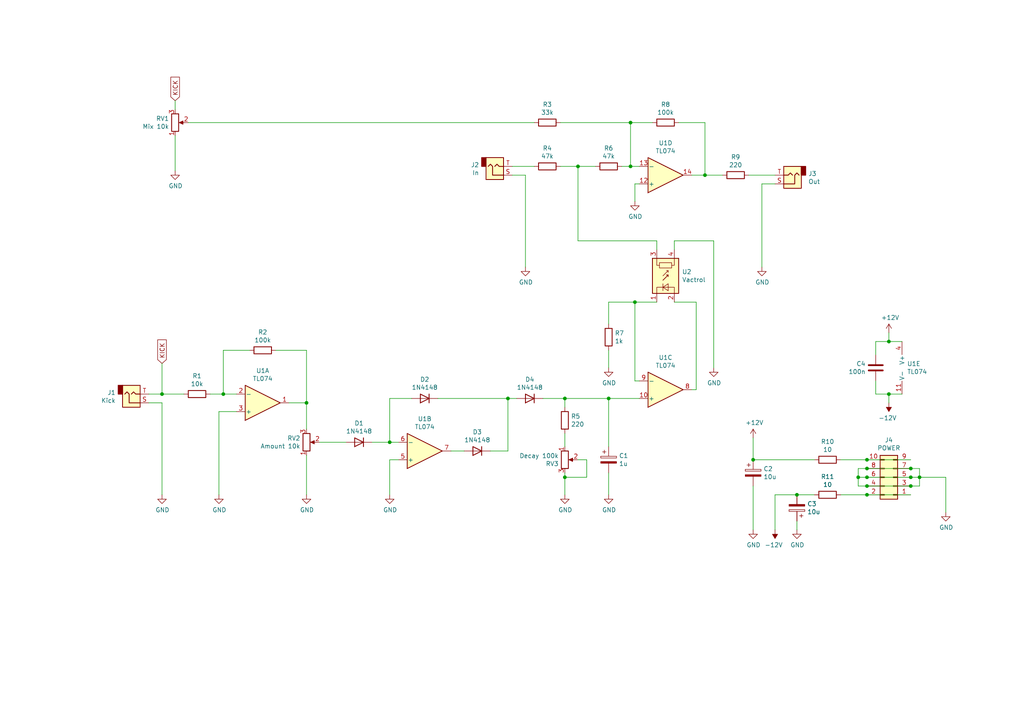
<source format=kicad_sch>
(kicad_sch (version 20211123) (generator eeschema)
  (paper "A4")
  (title_block (title "Sidechain Ducking Module by Juanito") (date "2022-12-15") (rev "v1.0.0") (company "Jan Knipper") (comment 1 "github.com/polykit"))
  (lib_symbols
    (symbol "Amplifier_Operational:TL074" (pin_names (offset 0.127))
      (property "Reference" "U" (at 0 5.08 0))
      (property "Value" "TL074" (at 0 -5.08 0))
      (symbol "TL074_1_1"
        (polyline (pts (xy -5.08 5.08) (xy 5.08 0) (xy -5.08 -5.08) (xy -5.08 5.08)) (stroke (width 0.254)) (fill (type background)))
        (pin output line (at 7.62 0 180) (length 2.54) (name "~") (number "1"))
        (pin input line (at -7.62 -2.54 0) (length 2.54) (name "-") (number "2"))
        (pin input line (at -7.62 2.54 0) (length 2.54) (name "+") (number "3"))
      )
      (symbol "TL074_2_1"
        (polyline (pts (xy -5.08 5.08) (xy 5.08 0) (xy -5.08 -5.08) (xy -5.08 5.08)) (stroke (width 0.254)) (fill (type background)))
        (pin input line (at -7.62 2.54 0) (length 2.54) (name "+") (number "5"))
        (pin input line (at -7.62 -2.54 0) (length 2.54) (name "-") (number "6"))
        (pin output line (at 7.62 0 180) (length 2.54) (name "~") (number "7"))
      )
      (symbol "TL074_3_1"
        (polyline (pts (xy -5.08 5.08) (xy 5.08 0) (xy -5.08 -5.08) (xy -5.08 5.08)) (stroke (width 0.254)) (fill (type background)))
        (pin input line (at -7.62 2.54 0) (length 2.54) (name "+") (number "10"))
        (pin output line (at 7.62 0 180) (length 2.54) (name "~") (number "8"))
        (pin input line (at -7.62 -2.54 0) (length 2.54) (name "-") (number "9"))
      )
      (symbol "TL074_4_1"
        (polyline (pts (xy -5.08 5.08) (xy 5.08 0) (xy -5.08 -5.08) (xy -5.08 5.08)) (stroke (width 0.254)) (fill (type background)))
        (pin input line (at -7.62 2.54 0) (length 2.54) (name "+") (number "12"))
        (pin input line (at -7.62 -2.54 0) (length 2.54) (name "-") (number "13"))
        (pin output line (at 7.62 0 180) (length 2.54) (name "~") (number "14"))
      )
      (symbol "TL074_5_1"
        (pin power_in line (at -2.54 -7.62 90) (length 3.81) (name "V-") (number "11"))
        (pin power_in line (at -2.54 7.62 270) (length 3.81) (name "V+") (number "4"))
      )
    )
    (symbol "Connector:AudioJack2"
      (property "Reference" "J" (at 0 8.89 0))
      (property "Value" "AudioJack2" (at 0 6.35 0))
      (symbol "AudioJack2_0_1"
        (rectangle (start -3.81 0) (end -2.54 -2.54) (stroke (width 0.254)) (fill (type outline)))
        (rectangle (start -2.54 3.81) (end 2.54 -2.54) (stroke (width 0.254)) (fill (type background)))
        (polyline (pts (xy 0 0) (xy 0.635 -0.635) (xy 1.27 0) (xy 2.54 0)) (stroke (width 0.254)))
        (polyline (pts (xy 2.54 2.54) (xy -0.635 2.54) (xy -0.635 0) (xy -1.27 -0.635) (xy -1.905 0)) (stroke (width 0.254)))
      )
      (symbol "AudioJack2_1_1"
        (pin passive line (at 5.08 2.54 180) (length 2.54) (name "~") (number "S"))
        (pin passive line (at 5.08 0 180) (length 2.54) (name "~") (number "T"))
      )
    )
    (symbol "Connector_Generic:Conn_02x05_Odd_Even" (pin_names (offset 1.016) hide)
      (property "Reference" "J" (at 1.27 7.62 0))
      (property "Value" "Conn_02x05_Odd_Even" (at 1.27 -7.62 0))
      (symbol "Conn_02x05_Odd_Even_1_1"
        (rectangle (start -1.27 -4.953) (end 0 -5.207) (stroke (width 0.1524)))
        (rectangle (start -1.27 -2.413) (end 0 -2.667) (stroke (width 0.1524)))
        (rectangle (start -1.27 0.127) (end 0 -0.127) (stroke (width 0.1524)))
        (rectangle (start -1.27 2.667) (end 0 2.413) (stroke (width 0.1524)))
        (rectangle (start -1.27 5.207) (end 0 4.953) (stroke (width 0.1524)))
        (rectangle (start -1.27 6.35) (end 3.81 -6.35) (stroke (width 0.254)) (fill (type background)))
        (rectangle (start 3.81 -4.953) (end 2.54 -5.207) (stroke (width 0.1524)))
        (rectangle (start 3.81 -2.413) (end 2.54 -2.667) (stroke (width 0.1524)))
        (rectangle (start 3.81 0.127) (end 2.54 -0.127) (stroke (width 0.1524)))
        (rectangle (start 3.81 2.667) (end 2.54 2.413) (stroke (width 0.1524)))
        (rectangle (start 3.81 5.207) (end 2.54 4.953) (stroke (width 0.1524)))
        (pin passive line (at -5.08 5.08 0) (length 3.81) (name "Pin_1") (number "1"))
        (pin passive line (at 7.62 -5.08 180) (length 3.81) (name "Pin_10") (number "10"))
        (pin passive line (at 7.62 5.08 180) (length 3.81) (name "Pin_2") (number "2"))
        (pin passive line (at -5.08 2.54 0) (length 3.81) (name "Pin_3") (number "3"))
        (pin passive line (at 7.62 2.54 180) (length 3.81) (name "Pin_4") (number "4"))
        (pin passive line (at -5.08 0 0) (length 3.81) (name "Pin_5") (number "5"))
        (pin passive line (at 7.62 0 180) (length 3.81) (name "Pin_6") (number "6"))
        (pin passive line (at -5.08 -2.54 0) (length 3.81) (name "Pin_7") (number "7"))
        (pin passive line (at 7.62 -2.54 180) (length 3.81) (name "Pin_8") (number "8"))
        (pin passive line (at -5.08 -5.08 0) (length 3.81) (name "Pin_9") (number "9"))
      )
    )
    (symbol "Device:C" (pin_numbers hide) (pin_names (offset 0.254))
      (property "Reference" "C" (at 0.635 2.54 0))
      (property "Value" "C" (at 0.635 -2.54 0))
      (symbol "C_0_1"
        (polyline (pts (xy -2.032 -0.762) (xy 2.032 -0.762)) (stroke (width 0.508)))
        (polyline (pts (xy -2.032 0.762) (xy 2.032 0.762)) (stroke (width 0.508)))
      )
      (symbol "C_1_1"
        (pin passive line (at 0 3.81 270) (length 2.794) (name "~") (number "1"))
        (pin passive line (at 0 -3.81 90) (length 2.794) (name "~") (number "2"))
      )
    )
    (symbol "Device:R" (pin_numbers hide) (pin_names (offset 0))
      (property "Reference" "R" (at 2.032 0 90))
      (property "Value" "R" (at 0 0 90))
      (symbol "R_0_1"
        (rectangle (start -1.016 -2.54) (end 1.016 2.54) (stroke (width 0.254)))
      )
      (symbol "R_1_1"
        (pin passive line (at 0 3.81 270) (length 1.27) (name "~") (number "1"))
        (pin passive line (at 0 -3.81 90) (length 1.27) (name "~") (number "2"))
      )
    )
    (symbol "Diode:1N4148" (pin_numbers hide) (pin_names hide)
      (property "Reference" "D" (at 0 2.54 0))
      (property "Value" "1N4148" (at 0 -2.54 0))
      (symbol "1N4148_0_1"
        (polyline (pts (xy -1.27 1.27) (xy -1.27 -1.27)) (stroke (width 0.254)))
        (polyline (pts (xy 1.27 0) (xy -1.27 0)))
        (polyline (pts (xy 1.27 1.27) (xy 1.27 -1.27) (xy -1.27 0) (xy 1.27 1.27)) (stroke (width 0.254)))
      )
      (symbol "1N4148_1_1"
        (pin passive line (at -3.81 0 0) (length 2.54) (name "K") (number "1"))
        (pin passive line (at 3.81 0 180) (length 2.54) (name "A") (number "2"))
      )
    )
    (symbol "Isolator:VTL5C" (pin_names (offset 1.016) hide)
      (property "Reference" "U" (at 0 5.08 0))
      (property "Value" "VTL5C" (at 0 -5.08 0))
      (symbol "VTL5C_0_1"
        (rectangle (start -5.08 3.81) (end 5.08 -3.81) (stroke (width 0.254)) (fill (type background)))
        (polyline (pts (xy -4.318 0.762) (xy -2.286 0.762)))
        (polyline (pts (xy -1.27 0.762) (xy 0.254 -0.762)))
        (polyline (pts (xy -1.27 0.762) (xy 0.254 -0.762)))
        (polyline (pts (xy 0 0.762) (xy 1.524 -0.762)))
        (polyline (pts (xy 0.254 -0.254) (xy 0.254 -0.762) (xy -0.254 -0.762)))
        (polyline (pts (xy 0.254 -0.254) (xy 0.254 -0.762) (xy -0.254 -0.762)))
        (polyline (pts (xy 1.524 -0.254) (xy 1.524 -0.762) (xy 1.016 -0.762)))
        (polyline (pts (xy 3.048 -1.778) (xy 3.048 -2.54) (xy 5.08 -2.54)))
        (polyline (pts (xy 3.048 1.778) (xy 3.048 2.54) (xy 5.08 2.54)))
        (polyline (pts (xy -5.08 -2.54) (xy -3.302 -2.54) (xy -3.302 2.54) (xy -5.08 2.54)))
        (rectangle (start 2.286 1.778) (end 3.81 -1.778))
      )
      (symbol "VTL5C_1_1"
        (polyline (pts (xy -4.318 -0.762) (xy -3.302 0.762) (xy -2.286 -0.762) (xy -4.318 -0.762)))
        (pin passive line (at -7.62 2.54 0) (length 2.54) (name "-") (number "1"))
        (pin passive line (at -7.62 -2.54 0) (length 2.54) (name "+") (number "2"))
        (pin passive line (at 7.62 2.54 180) (length 2.54) (name "~") (number "3"))
        (pin passive line (at 7.62 -2.54 180) (length 2.54) (name "~") (number "4"))
      )
    )
    (symbol "kosmo-sidechain-rescue:CP-Device" (pin_numbers hide) (pin_names (offset 0.254))
      (property "Reference" "C" (at 0.635 2.54 0))
      (property "Value" "CP-Device" (at 0.635 -2.54 0))
      (symbol "CP-Device_0_1"
        (rectangle (start -2.286 0.508) (end 2.286 1.016))
        (polyline (pts (xy -1.778 2.286) (xy -0.762 2.286)))
        (polyline (pts (xy -1.27 2.794) (xy -1.27 1.778)))
        (rectangle (start 2.286 -0.508) (end -2.286 -1.016) (fill (type outline)))
      )
      (symbol "CP-Device_1_1"
        (pin passive line (at 0 3.81 270) (length 2.794) (name "~") (number "1"))
        (pin passive line (at 0 -3.81 90) (length 2.794) (name "~") (number "2"))
      )
    )
    (symbol "kosmo-sidechain-rescue:R_POT-Device" (pin_names (offset 1.016) hide)
      (property "Reference" "RV" (at -4.445 0 90))
      (property "Value" "R_POT-Device" (at -2.54 0 90))
      (symbol "R_POT-Device_0_1"
        (polyline (pts (xy 2.54 0) (xy 1.524 0)))
        (polyline (pts (xy 1.143 0) (xy 2.286 0.508) (xy 2.286 -0.508) (xy 1.143 0)) (fill (type outline)))
        (rectangle (start 1.016 2.54) (end -1.016 -2.54) (stroke (width 0.254)))
      )
      (symbol "R_POT-Device_1_1"
        (pin passive line (at 0 3.81 270) (length 1.27) (name "1") (number "1"))
        (pin passive line (at 3.81 0 180) (length 1.27) (name "2") (number "2"))
        (pin passive line (at 0 -3.81 90) (length 1.27) (name "3") (number "3"))
      )
    )
    (symbol "power:+12V" (power) (pin_names (offset 0))
      (property "Value" "+12V" (at 0 3.556 0))
      (symbol "+12V_0_1"
        (polyline (pts (xy -0.762 1.27) (xy 0 2.54)))
        (polyline (pts (xy 0 0) (xy 0 2.54)))
        (polyline (pts (xy 0 2.54) (xy 0.762 1.27)))
      )
      (symbol "+12V_1_1"
        (pin power_in line (at 0 0 90) (length 0) hide (name "+12V") (number "1"))
      )
    )
    (symbol "power:-12V" (power) (pin_names (offset 0))
      (property "Value" "-12V" (at 0 3.81 0))
      (symbol "-12V_0_0"
        (pin power_in line (at 0 0 90) (length 0) hide (name "-12V") (number "1"))
      )
      (symbol "-12V_0_1"
        (polyline (pts (xy 0 0) (xy 0 1.27) (xy 0.762 1.27) (xy 0 2.54) (xy -0.762 1.27) (xy 0 1.27)) (fill (type outline)))
      )
    )
    (symbol "power:GND" (power) (pin_names (offset 0))
      (property "Value" "GND" (at 0 -3.81 0))
      (symbol "GND_0_1"
        (polyline (pts (xy 0 0) (xy 0 -1.27) (xy 1.27 -1.27) (xy 0 -2.54) (xy -1.27 -1.27) (xy 0 -1.27)))
      )
      (symbol "GND_1_1"
        (pin power_in line (at 0 0 270) (length 0) hide (name "GND") (number "1"))
      )
    )
  )
  (junction (at 248.92 138.43))
  (junction (at 64.77 114.3))
  (junction (at 176.53 115.57))
  (junction (at 231.14 143.51))
  (junction (at 163.83 115.57))
  (junction (at 257.81 114.3))
  (junction (at 204.47 50.8))
  (junction (at 264.16 140.97))
  (junction (at 113.03 128.27))
  (junction (at 264.16 135.89))
  (junction (at 147.32 115.57))
  (junction (at 264.16 138.43))
  (junction (at 46.99 114.3))
  (junction (at 218.44 133.35))
  (junction (at 184.15 87.63))
  (junction (at 167.64 48.26))
  (junction (at 251.46 138.43))
  (junction (at 182.88 48.26))
  (junction (at 251.46 133.35))
  (junction (at 163.83 138.43))
  (junction (at 251.46 140.97))
  (junction (at 257.81 99.06))
  (junction (at 182.88 35.56))
  (junction (at 251.46 135.89))
  (junction (at 88.9 116.84))
  (junction (at 266.7 138.43))
  (junction (at 251.46 143.51))
  (wire (pts (xy 113.03 133.35) (xy 113.03 143.51)))
  (wire (pts (xy 251.46 135.89) (xy 264.16 135.89)))
  (wire (pts (xy 257.81 114.3) (xy 261.62 114.3)))
  (wire (pts (xy 236.22 143.51) (xy 231.14 143.51)))
  (wire (pts (xy 185.42 115.57) (xy 176.53 115.57)))
  (wire (pts (xy 119.38 115.57) (xy 113.03 115.57)))
  (wire (pts (xy 154.94 48.26) (xy 148.59 48.26)))
  (wire (pts (xy 184.15 58.42) (xy 184.15 53.34)))
  (wire (pts (xy 176.53 129.54) (xy 176.53 115.57)))
  (wire (pts (xy 201.93 113.03) (xy 200.66 113.03)))
  (wire (pts (xy 209.55 50.8) (xy 204.47 50.8)))
  (wire (pts (xy 147.32 115.57) (xy 127 115.57)))
  (wire (pts (xy 182.88 35.56) (xy 182.88 48.26)))
  (wire (pts (xy 190.5 87.63) (xy 184.15 87.63)))
  (wire (pts (xy 170.18 138.43) (xy 163.83 138.43)))
  (wire (pts (xy 251.46 140.97) (xy 264.16 140.97)))
  (wire (pts (xy 189.23 35.56) (xy 182.88 35.56)))
  (wire (pts (xy 182.88 48.26) (xy 185.42 48.26)))
  (wire (pts (xy 167.64 48.26) (xy 162.56 48.26)))
  (wire (pts (xy 218.44 133.35) (xy 236.22 133.35)))
  (wire (pts (xy 176.53 87.63) (xy 184.15 87.63)))
  (wire (pts (xy 207.01 69.85) (xy 207.01 106.68)))
  (wire (pts (xy 248.92 140.97) (xy 251.46 140.97)))
  (wire (pts (xy 257.81 96.52) (xy 257.81 99.06)))
  (wire (pts (xy 274.32 138.43) (xy 274.32 148.59)))
  (wire (pts (xy 218.44 127) (xy 218.44 133.35)))
  (wire (pts (xy 142.24 130.81) (xy 147.32 130.81)))
  (wire (pts (xy 195.58 87.63) (xy 201.93 87.63)))
  (wire (pts (xy 231.14 151.13) (xy 231.14 153.67)))
  (wire (pts (xy 163.83 137.16) (xy 163.83 138.43)))
  (wire (pts (xy 251.46 143.51) (xy 243.84 143.51)))
  (wire (pts (xy 107.95 128.27) (xy 113.03 128.27)))
  (wire (pts (xy 201.93 87.63) (xy 201.93 113.03)))
  (wire (pts (xy 176.53 143.51) (xy 176.53 137.16)))
  (wire (pts (xy 130.81 130.81) (xy 134.62 130.81)))
  (wire (pts (xy 163.83 138.43) (xy 163.83 143.51)))
  (wire (pts (xy 50.8 39.37) (xy 50.8 49.53)))
  (wire (pts (xy 248.92 135.89) (xy 248.92 138.43)))
  (wire (pts (xy 53.34 114.3) (xy 46.99 114.3)))
  (wire (pts (xy 72.39 101.6) (xy 64.77 101.6)))
  (wire (pts (xy 115.57 133.35) (xy 113.03 133.35)))
  (wire (pts (xy 224.79 143.51) (xy 231.14 143.51)))
  (wire (pts (xy 167.64 133.35) (xy 170.18 133.35)))
  (wire (pts (xy 50.8 31.75) (xy 50.8 29.21)))
  (wire (pts (xy 204.47 35.56) (xy 204.47 50.8)))
  (wire (pts (xy 43.18 114.3) (xy 46.99 114.3)))
  (wire (pts (xy 180.34 48.26) (xy 182.88 48.26)))
  (wire (pts (xy 195.58 69.85) (xy 207.01 69.85)))
  (wire (pts (xy 196.85 35.56) (xy 204.47 35.56)))
  (wire (pts (xy 46.99 116.84) (xy 46.99 143.51)))
  (wire (pts (xy 154.94 35.56) (xy 54.61 35.56)))
  (wire (pts (xy 185.42 53.34) (xy 184.15 53.34)))
  (wire (pts (xy 254 99.06) (xy 254 102.87)))
  (wire (pts (xy 266.7 140.97) (xy 264.16 140.97)))
  (wire (pts (xy 64.77 101.6) (xy 64.77 114.3)))
  (wire (pts (xy 92.71 128.27) (xy 100.33 128.27)))
  (wire (pts (xy 157.48 115.57) (xy 163.83 115.57)))
  (wire (pts (xy 88.9 116.84) (xy 88.9 124.46)))
  (wire (pts (xy 254 114.3) (xy 257.81 114.3)))
  (wire (pts (xy 184.15 110.49) (xy 185.42 110.49)))
  (wire (pts (xy 264.16 133.35) (xy 251.46 133.35)))
  (wire (pts (xy 266.7 135.89) (xy 266.7 138.43)))
  (wire (pts (xy 261.62 99.06) (xy 257.81 99.06)))
  (wire (pts (xy 224.79 53.34) (xy 220.98 53.34)))
  (wire (pts (xy 266.7 138.43) (xy 266.7 140.97)))
  (wire (pts (xy 43.18 116.84) (xy 46.99 116.84)))
  (wire (pts (xy 172.72 48.26) (xy 167.64 48.26)))
  (wire (pts (xy 163.83 115.57) (xy 163.83 118.11)))
  (wire (pts (xy 220.98 53.34) (xy 220.98 77.47)))
  (wire (pts (xy 204.47 50.8) (xy 200.66 50.8)))
  (wire (pts (xy 170.18 133.35) (xy 170.18 138.43)))
  (wire (pts (xy 63.5 119.38) (xy 63.5 143.51)))
  (wire (pts (xy 167.64 69.85) (xy 167.64 48.26)))
  (wire (pts (xy 254 110.49) (xy 254 114.3)))
  (wire (pts (xy 162.56 35.56) (xy 182.88 35.56)))
  (wire (pts (xy 224.79 143.51) (xy 224.79 153.67)))
  (wire (pts (xy 264.16 135.89) (xy 266.7 135.89)))
  (wire (pts (xy 266.7 138.43) (xy 274.32 138.43)))
  (wire (pts (xy 83.82 116.84) (xy 88.9 116.84)))
  (wire (pts (xy 163.83 125.73) (xy 163.83 129.54)))
  (wire (pts (xy 88.9 116.84) (xy 88.9 101.6)))
  (wire (pts (xy 195.58 72.39) (xy 195.58 69.85)))
  (wire (pts (xy 176.53 106.68) (xy 176.53 101.6)))
  (wire (pts (xy 190.5 72.39) (xy 190.5 69.85)))
  (wire (pts (xy 68.58 114.3) (xy 64.77 114.3)))
  (wire (pts (xy 251.46 133.35) (xy 243.84 133.35)))
  (wire (pts (xy 147.32 130.81) (xy 147.32 115.57)))
  (wire (pts (xy 148.59 50.8) (xy 152.4 50.8)))
  (wire (pts (xy 218.44 140.97) (xy 218.44 153.67)))
  (wire (pts (xy 264.16 143.51) (xy 251.46 143.51)))
  (wire (pts (xy 190.5 69.85) (xy 167.64 69.85)))
  (wire (pts (xy 224.79 50.8) (xy 217.17 50.8)))
  (wire (pts (xy 176.53 115.57) (xy 163.83 115.57)))
  (wire (pts (xy 248.92 138.43) (xy 248.92 140.97)))
  (wire (pts (xy 251.46 138.43) (xy 264.16 138.43)))
  (wire (pts (xy 88.9 101.6) (xy 80.01 101.6)))
  (wire (pts (xy 88.9 132.08) (xy 88.9 143.51)))
  (wire (pts (xy 264.16 138.43) (xy 266.7 138.43)))
  (wire (pts (xy 184.15 87.63) (xy 184.15 110.49)))
  (wire (pts (xy 46.99 105.41) (xy 46.99 114.3)))
  (wire (pts (xy 149.86 115.57) (xy 147.32 115.57)))
  (wire (pts (xy 113.03 128.27) (xy 115.57 128.27)))
  (wire (pts (xy 64.77 114.3) (xy 60.96 114.3)))
  (wire (pts (xy 251.46 138.43) (xy 248.92 138.43)))
  (wire (pts (xy 257.81 116.84) (xy 257.81 114.3)))
  (wire (pts (xy 257.81 99.06) (xy 254 99.06)))
  (wire (pts (xy 176.53 87.63) (xy 176.53 93.98)))
  (wire (pts (xy 68.58 119.38) (xy 63.5 119.38)))
  (wire (pts (xy 251.46 135.89) (xy 248.92 135.89)))
  (wire (pts (xy 113.03 115.57) (xy 113.03 128.27)))
  (wire (pts (xy 152.4 50.8) (xy 152.4 77.47)))
  (global_label "KICK" (shape input) (at 50.8 29.21 90) (property "Intersheet References" "${INTERSHEET_REFS}" (effects hide)))
  (global_label "KICK" (shape input) (at 46.99 105.41 90) (property "Intersheet References" "${INTERSHEET_REFS}" (effects hide)))
  (symbol (lib_id "Amplifier_Operational:TL074") (at 76.2 116.84 0) (mirror x) (unit 1)
    (property "Reference" "U1" (at 76.2 107.5182 0))
    (property "Value" "TL074" (at 76.2 109.8296 0))
    (property "Footprint" "Package_DIP:DIP-14_W7.62mm_Socket_LongPads" (effects hide))
    (property "Datasheet" "http://www.ti.com/lit/ds/symlink/tl071.pdf" (effects hide))
  )
  (symbol (lib_id "Amplifier_Operational:TL074") (at 123.19 130.81 0) (mirror x) (unit 2)
    (property "Reference" "U1" (at 123.19 121.4882 0))
    (property "Value" "TL074" (at 123.19 123.7996 0))
    (property "Footprint" "Package_DIP:DIP-14_W7.62mm_Socket_LongPads" (effects hide))
    (property "Datasheet" "http://www.ti.com/lit/ds/symlink/tl071.pdf" (effects hide))
  )
  (symbol (lib_id "Amplifier_Operational:TL074") (at 193.04 113.03 0) (mirror x) (unit 3)
    (property "Reference" "U1" (at 193.04 103.7082 0))
    (property "Value" "TL074" (at 193.04 106.0196 0))
    (property "Footprint" "Package_DIP:DIP-14_W7.62mm_Socket_LongPads" (effects hide))
    (property "Datasheet" "http://www.ti.com/lit/ds/symlink/tl071.pdf" (effects hide))
  )
  (symbol (lib_id "Amplifier_Operational:TL074") (at 264.16 106.68 0) (unit 5)
    (property "Reference" "U1" (at 263.0932 105.5116 0) (effects (justify left)))
    (property "Value" "TL074" (at 263.0932 107.823 0) (effects (justify left)))
    (property "Footprint" "Package_DIP:DIP-14_W7.62mm_Socket_LongPads" (effects hide))
    (property "Datasheet" "http://www.ti.com/lit/ds/symlink/tl071.pdf" (effects hide))
  )
  (symbol (lib_id "Amplifier_Operational:TL074") (at 193.04 50.8 0) (mirror x) (unit 4)
    (property "Reference" "U1" (at 193.04 41.4782 0))
    (property "Value" "TL074" (at 193.04 43.7896 0))
    (property "Footprint" "Package_DIP:DIP-14_W7.62mm_Socket_LongPads" (effects hide))
    (property "Datasheet" "http://www.ti.com/lit/ds/symlink/tl071.pdf" (effects hide))
  )
  (symbol (lib_id "kosmo-sidechain-rescue:R_POT-Device") (at 88.9 128.27 0) (mirror x) (unit 1)
    (property "Reference" "RV2" (at 87.122 127.1016 0) (effects (justify right)))
    (property "Value" "Amount 10k" (at 87.122 129.413 0) (effects (justify right)))
    (property "Footprint" "telec:Potentiometer_Single_Vertical_Hole" (effects hide))
  )
  (symbol (lib_id "Device:R") (at 76.2 101.6 270) (unit 1)
    (property "Reference" "R2" (at 76.2 96.3422 90))
    (property "Value" "100k" (at 76.2 98.6536 90))
    (property "Footprint" "Resistor_THT:R_Axial_DIN0207_L6.3mm_D2.5mm_P10.16mm_Horizontal" (effects hide))
  )
  (symbol (lib_id "Device:R") (at 57.15 114.3 270) (unit 1)
    (property "Reference" "R1" (at 57.15 109.0422 90))
    (property "Value" "10k" (at 57.15 111.3536 90))
    (property "Footprint" "Resistor_THT:R_Axial_DIN0207_L6.3mm_D2.5mm_P10.16mm_Horizontal" (effects hide))
  )
  (symbol (lib_id "power:GND") (at 88.9 143.51 0) (unit 1)
    (property "Reference" "#PWR0101" (effects hide))
    (property "Value" "GND" (at 89.027 147.9042 0))
  )
  (symbol (lib_id "power:GND") (at 63.5 143.51 0) (unit 1)
    (property "Reference" "#PWR0102" (effects hide))
    (property "Value" "GND" (at 63.627 147.9042 0))
  )
  (symbol (lib_id "Diode:1N4148") (at 104.14 128.27 180) (unit 1)
    (property "Reference" "D1" (at 104.14 122.7582 0))
    (property "Value" "1N4148" (at 104.14 125.0696 0))
    (property "Footprint" "Diode_THT:D_DO-35_SOD27_P7.62mm_Horizontal" (effects hide))
    (property "Datasheet" "https://assets.nexperia.com/documents/data-sheet/1N4148_1N4448.pdf" (effects hide))
  )
  (symbol (lib_id "Diode:1N4148") (at 123.19 115.57 180) (unit 1)
    (property "Reference" "D2" (at 123.19 110.0582 0))
    (property "Value" "1N4148" (at 123.19 112.3696 0))
    (property "Footprint" "Diode_THT:D_DO-35_SOD27_P7.62mm_Horizontal" (effects hide))
    (property "Datasheet" "https://assets.nexperia.com/documents/data-sheet/1N4148_1N4448.pdf" (effects hide))
  )
  (symbol (lib_id "power:GND") (at 113.03 143.51 0) (unit 1)
    (property "Reference" "#PWR0103" (effects hide))
    (property "Value" "GND" (at 113.157 147.9042 0))
  )
  (symbol (lib_id "Diode:1N4148") (at 138.43 130.81 180) (unit 1)
    (property "Reference" "D3" (at 138.43 125.2982 0))
    (property "Value" "1N4148" (at 138.43 127.6096 0))
    (property "Footprint" "Diode_THT:D_DO-35_SOD27_P7.62mm_Horizontal" (effects hide))
    (property "Datasheet" "https://assets.nexperia.com/documents/data-sheet/1N4148_1N4448.pdf" (effects hide))
  )
  (symbol (lib_id "Diode:1N4148") (at 153.67 115.57 180) (unit 1)
    (property "Reference" "D4" (at 153.67 110.0582 0))
    (property "Value" "1N4148" (at 153.67 112.3696 0))
    (property "Footprint" "Diode_THT:D_DO-35_SOD27_P7.62mm_Horizontal" (effects hide))
    (property "Datasheet" "https://assets.nexperia.com/documents/data-sheet/1N4148_1N4448.pdf" (effects hide))
  )
  (symbol (lib_id "Device:R") (at 163.83 121.92 0) (unit 1)
    (property "Reference" "R5" (at 165.608 120.7516 0) (effects (justify left)))
    (property "Value" "220" (at 165.608 123.063 0) (effects (justify left)))
    (property "Footprint" "Resistor_THT:R_Axial_DIN0207_L6.3mm_D2.5mm_P10.16mm_Horizontal" (effects hide))
  )
  (symbol (lib_id "kosmo-sidechain-rescue:R_POT-Device") (at 163.83 133.35 0) (unit 1)
    (property "Reference" "RV3" (at 162.052 134.5184 0) (effects (justify right)))
    (property "Value" "Decay 100k" (at 162.052 132.207 0) (effects (justify right)))
    (property "Footprint" "telec:Potentiometer_Single_Vertical_Hole" (effects hide))
  )
  (symbol (lib_id "power:GND") (at 163.83 143.51 0) (unit 1)
    (property "Reference" "#PWR0104" (effects hide))
    (property "Value" "GND" (at 163.957 147.9042 0))
  )
  (symbol (lib_id "kosmo-sidechain-rescue:CP-Device") (at 176.53 133.35 0) (unit 1)
    (property "Reference" "C1" (at 179.5272 132.1816 0) (effects (justify left)))
    (property "Value" "1u" (at 179.5272 134.493 0) (effects (justify left)))
    (property "Footprint" "Capacitor_THT:CP_Radial_D5.0mm_P2.00mm" (effects hide))
  )
  (symbol (lib_id "power:GND") (at 176.53 143.51 0) (unit 1)
    (property "Reference" "#PWR0105" (effects hide))
    (property "Value" "GND" (at 176.657 147.9042 0))
  )
  (symbol (lib_id "Isolator:VTL5C") (at 193.04 80.01 90) (unit 1)
    (property "Reference" "U2" (at 197.8152 78.8416 90) (effects (justify right)))
    (property "Value" "Vactrol" (at 197.8152 81.153 90) (effects (justify right)))
    (property "Footprint" "OptoDevice:PerkinElmer_VTL5C" (effects hide))
    (property "Datasheet" "http://www.qsl.net/wa1ion/vactrol/vactrol.pdf" (effects hide))
  )
  (symbol (lib_id "Device:R") (at 176.53 97.79 0) (unit 1)
    (property "Reference" "R7" (at 178.308 96.6216 0) (effects (justify left)))
    (property "Value" "1k" (at 178.308 98.933 0) (effects (justify left)))
    (property "Footprint" "Resistor_THT:R_Axial_DIN0207_L6.3mm_D2.5mm_P10.16mm_Horizontal" (effects hide))
  )
  (symbol (lib_id "power:GND") (at 176.53 106.68 0) (unit 1)
    (property "Reference" "#PWR0106" (effects hide))
    (property "Value" "GND" (at 176.657 111.0742 0))
  )
  (symbol (lib_id "power:GND") (at 207.01 106.68 0) (unit 1)
    (property "Reference" "#PWR0107" (effects hide))
    (property "Value" "GND" (at 207.137 111.0742 0))
  )
  (symbol (lib_id "Device:R") (at 213.36 50.8 90) (unit 1)
    (property "Reference" "R9" (at 213.36 45.5422 90))
    (property "Value" "220" (at 213.36 47.8536 90))
    (property "Footprint" "Resistor_THT:R_Axial_DIN0207_L6.3mm_D2.5mm_P10.16mm_Horizontal" (effects hide))
  )
  (symbol (lib_id "Device:R") (at 176.53 48.26 90) (unit 1)
    (property "Reference" "R6" (at 176.53 43.0022 90))
    (property "Value" "47k" (at 176.53 45.3136 90))
    (property "Footprint" "Resistor_THT:R_Axial_DIN0207_L6.3mm_D2.5mm_P10.16mm_Horizontal" (effects hide))
  )
  (symbol (lib_id "power:GND") (at 184.15 58.42 0) (unit 1)
    (property "Reference" "#PWR0108" (effects hide))
    (property "Value" "GND" (at 184.277 62.8142 0))
  )
  (symbol (lib_id "Device:R") (at 193.04 35.56 90) (unit 1)
    (property "Reference" "R8" (at 193.04 30.3022 90))
    (property "Value" "100k" (at 193.04 32.6136 90))
    (property "Footprint" "Resistor_THT:R_Axial_DIN0207_L6.3mm_D2.5mm_P10.16mm_Horizontal" (effects hide))
  )
  (symbol (lib_id "Device:R") (at 158.75 48.26 90) (unit 1)
    (property "Reference" "R4" (at 158.75 43.0022 90))
    (property "Value" "47k" (at 158.75 45.3136 90))
    (property "Footprint" "Resistor_THT:R_Axial_DIN0207_L6.3mm_D2.5mm_P10.16mm_Horizontal" (effects hide))
  )
  (symbol (lib_id "Device:R") (at 158.75 35.56 90) (unit 1)
    (property "Reference" "R3" (at 158.75 30.3022 90))
    (property "Value" "33k" (at 158.75 32.6136 90))
    (property "Footprint" "Resistor_THT:R_Axial_DIN0207_L6.3mm_D2.5mm_P10.16mm_Horizontal" (effects hide))
  )
  (symbol (lib_id "kosmo-sidechain-rescue:R_POT-Device") (at 50.8 35.56 0) (mirror x) (unit 1)
    (property "Reference" "RV1" (at 49.0474 34.3916 0) (effects (justify right)))
    (property "Value" "Mix 10k" (at 49.0474 36.703 0) (effects (justify right)))
    (property "Footprint" "telec:Potentiometer_Single_Vertical_Hole" (effects hide))
  )
  (symbol (lib_id "power:GND") (at 50.8 49.53 0) (unit 1)
    (property "Reference" "#PWR0109" (effects hide))
    (property "Value" "GND" (at 50.927 53.9242 0))
  )
  (symbol (lib_id "Connector:AudioJack2") (at 38.1 114.3 0) (mirror x) (unit 1)
    (property "Reference" "J1" (at 33.5534 113.8682 0) (effects (justify right)))
    (property "Value" "Kick" (at 33.5534 116.1796 0) (effects (justify right)))
    (property "Footprint" "telec:Jack_Hole_Square" (effects hide))
  )
  (symbol (lib_id "power:GND") (at 46.99 143.51 0) (unit 1)
    (property "Reference" "#PWR0110" (effects hide))
    (property "Value" "GND" (at 47.117 147.9042 0))
  )
  (symbol (lib_id "Connector:AudioJack2") (at 143.51 48.26 0) (mirror x) (unit 1)
    (property "Reference" "J2" (at 138.9634 47.8282 0) (effects (justify right)))
    (property "Value" "In" (at 138.9634 50.1396 0) (effects (justify right)))
    (property "Footprint" "telec:Jack_Hole_Square" (effects hide))
  )
  (symbol (lib_id "power:GND") (at 152.4 77.47 0) (unit 1)
    (property "Reference" "#PWR0111" (effects hide))
    (property "Value" "GND" (at 152.527 81.8642 0))
  )
  (symbol (lib_id "Connector:AudioJack2") (at 229.87 50.8 180) (unit 1)
    (property "Reference" "J3" (at 234.442 50.3682 0) (effects (justify right)))
    (property "Value" "Out" (at 234.442 52.6796 0) (effects (justify right)))
    (property "Footprint" "telec:Jack_Hole_Square" (effects hide))
  )
  (symbol (lib_id "power:GND") (at 220.98 77.47 0) (unit 1)
    (property "Reference" "#PWR0112" (effects hide))
    (property "Value" "GND" (at 221.107 81.8642 0))
  )
  (symbol (lib_id "Connector_Generic:Conn_02x05_Odd_Even") (at 259.08 138.43 180) (unit 1)
    (property "Reference" "J4" (at 257.81 127.635 0))
    (property "Value" "POWER" (at 257.81 129.9464 0))
    (property "Footprint" "Connector_IDC:IDC-Header_2x05_P2.54mm_Vertical" (effects hide))
  )
  (symbol (lib_id "Device:C") (at 254 106.68 0) (unit 1)
    (property "Reference" "C4" (at 251.079 105.5116 0) (effects (justify right)))
    (property "Value" "100n" (at 251.079 107.823 0) (effects (justify right)))
    (property "Footprint" "Capacitor_THT:C_Disc_D3.8mm_W2.6mm_P2.50mm" (effects hide))
  )
  (symbol (lib_id "power:GND") (at 274.32 148.59 0) (unit 1)
    (property "Reference" "#PWR0113" (effects hide))
    (property "Value" "GND" (at 274.447 152.9842 0))
  )
  (symbol (lib_id "Device:R") (at 240.03 133.35 90) (unit 1)
    (property "Reference" "R10" (at 240.03 128.0922 90))
    (property "Value" "10" (at 240.03 130.4036 90))
    (property "Footprint" "Resistor_THT:R_Axial_DIN0207_L6.3mm_D2.5mm_P10.16mm_Horizontal" (effects hide))
  )
  (symbol (lib_id "Device:R") (at 240.03 143.51 90) (unit 1)
    (property "Reference" "R11" (at 240.03 138.2522 90))
    (property "Value" "10" (at 240.03 140.5636 90))
    (property "Footprint" "Resistor_THT:R_Axial_DIN0207_L6.3mm_D2.5mm_P10.16mm_Horizontal" (effects hide))
  )
  (symbol (lib_id "kosmo-sidechain-rescue:CP-Device") (at 231.14 147.32 180) (unit 1)
    (property "Reference" "C3" (at 234.1372 146.1516 0) (effects (justify right)))
    (property "Value" "10u" (at 234.1372 148.463 0) (effects (justify right)))
    (property "Footprint" "Capacitor_THT:CP_Radial_D5.0mm_P2.00mm" (effects hide))
  )
  (symbol (lib_id "kosmo-sidechain-rescue:CP-Device") (at 218.44 137.16 0) (unit 1)
    (property "Reference" "C2" (at 221.4372 135.9916 0) (effects (justify left)))
    (property "Value" "10u" (at 221.4372 138.303 0) (effects (justify left)))
    (property "Footprint" "Capacitor_THT:CP_Radial_D5.0mm_P2.00mm" (effects hide))
  )
  (symbol (lib_id "power:GND") (at 231.14 153.67 0) (unit 1)
    (property "Reference" "#PWR0114" (effects hide))
    (property "Value" "GND" (at 231.267 158.0642 0))
  )
  (symbol (lib_id "power:GND") (at 218.44 153.67 0) (unit 1)
    (property "Reference" "#PWR0115" (effects hide))
    (property "Value" "GND" (at 218.567 158.0642 0))
  )
  (symbol (lib_id "power:+12V") (at 218.44 127 0) (unit 1)
    (property "Reference" "#PWR0116" (effects hide))
    (property "Value" "+12V" (at 218.821 122.6058 0))
  )
  (symbol (lib_id "power:-12V") (at 224.79 153.67 180) (unit 1)
    (property "Reference" "#PWR0117" (effects hide))
    (property "Value" "-12V" (at 224.409 158.0642 0))
  )
  (symbol (lib_id "power:-12V") (at 257.81 116.84 180) (unit 1)
    (property "Reference" "#PWR0118" (effects hide))
    (property "Value" "-12V" (at 257.429 121.2342 0))
  )
  (symbol (lib_id "power:+12V") (at 257.81 96.52 0) (unit 1)
    (property "Reference" "#PWR0119" (effects hide))
    (property "Value" "+12V" (at 258.191 92.1258 0))
  )
)
</source>
